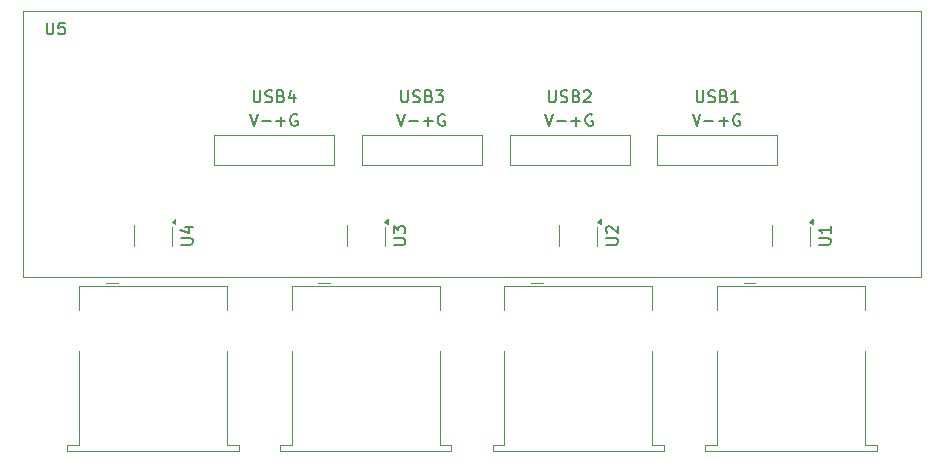
<source format=gbr>
%TF.GenerationSoftware,KiCad,Pcbnew,7.0.11-7.0.11~ubuntu22.04.1*%
%TF.CreationDate,2024-11-05T12:08:31+02:00*%
%TF.ProjectId,USB_Magic_Hub_Interface,5553425f-4d61-4676-9963-5f4875625f49,rev?*%
%TF.SameCoordinates,PX1036640PYe4e1c0*%
%TF.FileFunction,Legend,Top*%
%TF.FilePolarity,Positive*%
%FSLAX46Y46*%
G04 Gerber Fmt 4.6, Leading zero omitted, Abs format (unit mm)*
G04 Created by KiCad (PCBNEW 7.0.11-7.0.11~ubuntu22.04.1) date 2024-11-05 12:08:31*
%MOMM*%
%LPD*%
G01*
G04 APERTURE LIST*
%ADD10C,0.150000*%
%ADD11C,0.120000*%
G04 APERTURE END LIST*
D10*
X41354819Y-19761904D02*
X42164342Y-19761904D01*
X42164342Y-19761904D02*
X42259580Y-19714285D01*
X42259580Y-19714285D02*
X42307200Y-19666666D01*
X42307200Y-19666666D02*
X42354819Y-19571428D01*
X42354819Y-19571428D02*
X42354819Y-19380952D01*
X42354819Y-19380952D02*
X42307200Y-19285714D01*
X42307200Y-19285714D02*
X42259580Y-19238095D01*
X42259580Y-19238095D02*
X42164342Y-19190476D01*
X42164342Y-19190476D02*
X41354819Y-19190476D01*
X41354819Y-18809523D02*
X41354819Y-18190476D01*
X41354819Y-18190476D02*
X41735771Y-18523809D01*
X41735771Y-18523809D02*
X41735771Y-18380952D01*
X41735771Y-18380952D02*
X41783390Y-18285714D01*
X41783390Y-18285714D02*
X41831009Y-18238095D01*
X41831009Y-18238095D02*
X41926247Y-18190476D01*
X41926247Y-18190476D02*
X42164342Y-18190476D01*
X42164342Y-18190476D02*
X42259580Y-18238095D01*
X42259580Y-18238095D02*
X42307200Y-18285714D01*
X42307200Y-18285714D02*
X42354819Y-18380952D01*
X42354819Y-18380952D02*
X42354819Y-18666666D01*
X42354819Y-18666666D02*
X42307200Y-18761904D01*
X42307200Y-18761904D02*
X42259580Y-18809523D01*
X77354819Y-19761904D02*
X78164342Y-19761904D01*
X78164342Y-19761904D02*
X78259580Y-19714285D01*
X78259580Y-19714285D02*
X78307200Y-19666666D01*
X78307200Y-19666666D02*
X78354819Y-19571428D01*
X78354819Y-19571428D02*
X78354819Y-19380952D01*
X78354819Y-19380952D02*
X78307200Y-19285714D01*
X78307200Y-19285714D02*
X78259580Y-19238095D01*
X78259580Y-19238095D02*
X78164342Y-19190476D01*
X78164342Y-19190476D02*
X77354819Y-19190476D01*
X78354819Y-18190476D02*
X78354819Y-18761904D01*
X78354819Y-18476190D02*
X77354819Y-18476190D01*
X77354819Y-18476190D02*
X77497676Y-18571428D01*
X77497676Y-18571428D02*
X77592914Y-18666666D01*
X77592914Y-18666666D02*
X77640533Y-18761904D01*
X23354819Y-19761904D02*
X24164342Y-19761904D01*
X24164342Y-19761904D02*
X24259580Y-19714285D01*
X24259580Y-19714285D02*
X24307200Y-19666666D01*
X24307200Y-19666666D02*
X24354819Y-19571428D01*
X24354819Y-19571428D02*
X24354819Y-19380952D01*
X24354819Y-19380952D02*
X24307200Y-19285714D01*
X24307200Y-19285714D02*
X24259580Y-19238095D01*
X24259580Y-19238095D02*
X24164342Y-19190476D01*
X24164342Y-19190476D02*
X23354819Y-19190476D01*
X23688152Y-18285714D02*
X24354819Y-18285714D01*
X23307200Y-18523809D02*
X24021485Y-18761904D01*
X24021485Y-18761904D02*
X24021485Y-18142857D01*
X11988095Y-954819D02*
X11988095Y-1764342D01*
X11988095Y-1764342D02*
X12035714Y-1859580D01*
X12035714Y-1859580D02*
X12083333Y-1907200D01*
X12083333Y-1907200D02*
X12178571Y-1954819D01*
X12178571Y-1954819D02*
X12369047Y-1954819D01*
X12369047Y-1954819D02*
X12464285Y-1907200D01*
X12464285Y-1907200D02*
X12511904Y-1859580D01*
X12511904Y-1859580D02*
X12559523Y-1764342D01*
X12559523Y-1764342D02*
X12559523Y-954819D01*
X13511904Y-954819D02*
X13035714Y-954819D01*
X13035714Y-954819D02*
X12988095Y-1431009D01*
X12988095Y-1431009D02*
X13035714Y-1383390D01*
X13035714Y-1383390D02*
X13130952Y-1335771D01*
X13130952Y-1335771D02*
X13369047Y-1335771D01*
X13369047Y-1335771D02*
X13464285Y-1383390D01*
X13464285Y-1383390D02*
X13511904Y-1431009D01*
X13511904Y-1431009D02*
X13559523Y-1526247D01*
X13559523Y-1526247D02*
X13559523Y-1764342D01*
X13559523Y-1764342D02*
X13511904Y-1859580D01*
X13511904Y-1859580D02*
X13464285Y-1907200D01*
X13464285Y-1907200D02*
X13369047Y-1954819D01*
X13369047Y-1954819D02*
X13130952Y-1954819D01*
X13130952Y-1954819D02*
X13035714Y-1907200D01*
X13035714Y-1907200D02*
X12988095Y-1859580D01*
X67011905Y-6704819D02*
X67011905Y-7514342D01*
X67011905Y-7514342D02*
X67059524Y-7609580D01*
X67059524Y-7609580D02*
X67107143Y-7657200D01*
X67107143Y-7657200D02*
X67202381Y-7704819D01*
X67202381Y-7704819D02*
X67392857Y-7704819D01*
X67392857Y-7704819D02*
X67488095Y-7657200D01*
X67488095Y-7657200D02*
X67535714Y-7609580D01*
X67535714Y-7609580D02*
X67583333Y-7514342D01*
X67583333Y-7514342D02*
X67583333Y-6704819D01*
X68011905Y-7657200D02*
X68154762Y-7704819D01*
X68154762Y-7704819D02*
X68392857Y-7704819D01*
X68392857Y-7704819D02*
X68488095Y-7657200D01*
X68488095Y-7657200D02*
X68535714Y-7609580D01*
X68535714Y-7609580D02*
X68583333Y-7514342D01*
X68583333Y-7514342D02*
X68583333Y-7419104D01*
X68583333Y-7419104D02*
X68535714Y-7323866D01*
X68535714Y-7323866D02*
X68488095Y-7276247D01*
X68488095Y-7276247D02*
X68392857Y-7228628D01*
X68392857Y-7228628D02*
X68202381Y-7181009D01*
X68202381Y-7181009D02*
X68107143Y-7133390D01*
X68107143Y-7133390D02*
X68059524Y-7085771D01*
X68059524Y-7085771D02*
X68011905Y-6990533D01*
X68011905Y-6990533D02*
X68011905Y-6895295D01*
X68011905Y-6895295D02*
X68059524Y-6800057D01*
X68059524Y-6800057D02*
X68107143Y-6752438D01*
X68107143Y-6752438D02*
X68202381Y-6704819D01*
X68202381Y-6704819D02*
X68440476Y-6704819D01*
X68440476Y-6704819D02*
X68583333Y-6752438D01*
X69345238Y-7181009D02*
X69488095Y-7228628D01*
X69488095Y-7228628D02*
X69535714Y-7276247D01*
X69535714Y-7276247D02*
X69583333Y-7371485D01*
X69583333Y-7371485D02*
X69583333Y-7514342D01*
X69583333Y-7514342D02*
X69535714Y-7609580D01*
X69535714Y-7609580D02*
X69488095Y-7657200D01*
X69488095Y-7657200D02*
X69392857Y-7704819D01*
X69392857Y-7704819D02*
X69011905Y-7704819D01*
X69011905Y-7704819D02*
X69011905Y-6704819D01*
X69011905Y-6704819D02*
X69345238Y-6704819D01*
X69345238Y-6704819D02*
X69440476Y-6752438D01*
X69440476Y-6752438D02*
X69488095Y-6800057D01*
X69488095Y-6800057D02*
X69535714Y-6895295D01*
X69535714Y-6895295D02*
X69535714Y-6990533D01*
X69535714Y-6990533D02*
X69488095Y-7085771D01*
X69488095Y-7085771D02*
X69440476Y-7133390D01*
X69440476Y-7133390D02*
X69345238Y-7181009D01*
X69345238Y-7181009D02*
X69011905Y-7181009D01*
X70535714Y-7704819D02*
X69964286Y-7704819D01*
X70250000Y-7704819D02*
X70250000Y-6704819D01*
X70250000Y-6704819D02*
X70154762Y-6847676D01*
X70154762Y-6847676D02*
X70059524Y-6942914D01*
X70059524Y-6942914D02*
X69964286Y-6990533D01*
X29511905Y-6704819D02*
X29511905Y-7514342D01*
X29511905Y-7514342D02*
X29559524Y-7609580D01*
X29559524Y-7609580D02*
X29607143Y-7657200D01*
X29607143Y-7657200D02*
X29702381Y-7704819D01*
X29702381Y-7704819D02*
X29892857Y-7704819D01*
X29892857Y-7704819D02*
X29988095Y-7657200D01*
X29988095Y-7657200D02*
X30035714Y-7609580D01*
X30035714Y-7609580D02*
X30083333Y-7514342D01*
X30083333Y-7514342D02*
X30083333Y-6704819D01*
X30511905Y-7657200D02*
X30654762Y-7704819D01*
X30654762Y-7704819D02*
X30892857Y-7704819D01*
X30892857Y-7704819D02*
X30988095Y-7657200D01*
X30988095Y-7657200D02*
X31035714Y-7609580D01*
X31035714Y-7609580D02*
X31083333Y-7514342D01*
X31083333Y-7514342D02*
X31083333Y-7419104D01*
X31083333Y-7419104D02*
X31035714Y-7323866D01*
X31035714Y-7323866D02*
X30988095Y-7276247D01*
X30988095Y-7276247D02*
X30892857Y-7228628D01*
X30892857Y-7228628D02*
X30702381Y-7181009D01*
X30702381Y-7181009D02*
X30607143Y-7133390D01*
X30607143Y-7133390D02*
X30559524Y-7085771D01*
X30559524Y-7085771D02*
X30511905Y-6990533D01*
X30511905Y-6990533D02*
X30511905Y-6895295D01*
X30511905Y-6895295D02*
X30559524Y-6800057D01*
X30559524Y-6800057D02*
X30607143Y-6752438D01*
X30607143Y-6752438D02*
X30702381Y-6704819D01*
X30702381Y-6704819D02*
X30940476Y-6704819D01*
X30940476Y-6704819D02*
X31083333Y-6752438D01*
X31845238Y-7181009D02*
X31988095Y-7228628D01*
X31988095Y-7228628D02*
X32035714Y-7276247D01*
X32035714Y-7276247D02*
X32083333Y-7371485D01*
X32083333Y-7371485D02*
X32083333Y-7514342D01*
X32083333Y-7514342D02*
X32035714Y-7609580D01*
X32035714Y-7609580D02*
X31988095Y-7657200D01*
X31988095Y-7657200D02*
X31892857Y-7704819D01*
X31892857Y-7704819D02*
X31511905Y-7704819D01*
X31511905Y-7704819D02*
X31511905Y-6704819D01*
X31511905Y-6704819D02*
X31845238Y-6704819D01*
X31845238Y-6704819D02*
X31940476Y-6752438D01*
X31940476Y-6752438D02*
X31988095Y-6800057D01*
X31988095Y-6800057D02*
X32035714Y-6895295D01*
X32035714Y-6895295D02*
X32035714Y-6990533D01*
X32035714Y-6990533D02*
X31988095Y-7085771D01*
X31988095Y-7085771D02*
X31940476Y-7133390D01*
X31940476Y-7133390D02*
X31845238Y-7181009D01*
X31845238Y-7181009D02*
X31511905Y-7181009D01*
X32940476Y-7038152D02*
X32940476Y-7704819D01*
X32702381Y-6657200D02*
X32464286Y-7371485D01*
X32464286Y-7371485D02*
X33083333Y-7371485D01*
X29178572Y-8704819D02*
X29511905Y-9704819D01*
X29511905Y-9704819D02*
X29845238Y-8704819D01*
X30178572Y-9323866D02*
X30940477Y-9323866D01*
X31416667Y-9323866D02*
X32178572Y-9323866D01*
X31797619Y-9704819D02*
X31797619Y-8942914D01*
X33178571Y-8752438D02*
X33083333Y-8704819D01*
X33083333Y-8704819D02*
X32940476Y-8704819D01*
X32940476Y-8704819D02*
X32797619Y-8752438D01*
X32797619Y-8752438D02*
X32702381Y-8847676D01*
X32702381Y-8847676D02*
X32654762Y-8942914D01*
X32654762Y-8942914D02*
X32607143Y-9133390D01*
X32607143Y-9133390D02*
X32607143Y-9276247D01*
X32607143Y-9276247D02*
X32654762Y-9466723D01*
X32654762Y-9466723D02*
X32702381Y-9561961D01*
X32702381Y-9561961D02*
X32797619Y-9657200D01*
X32797619Y-9657200D02*
X32940476Y-9704819D01*
X32940476Y-9704819D02*
X33035714Y-9704819D01*
X33035714Y-9704819D02*
X33178571Y-9657200D01*
X33178571Y-9657200D02*
X33226190Y-9609580D01*
X33226190Y-9609580D02*
X33226190Y-9276247D01*
X33226190Y-9276247D02*
X33035714Y-9276247D01*
X41678572Y-8704819D02*
X42011905Y-9704819D01*
X42011905Y-9704819D02*
X42345238Y-8704819D01*
X42678572Y-9323866D02*
X43440477Y-9323866D01*
X43916667Y-9323866D02*
X44678572Y-9323866D01*
X44297619Y-9704819D02*
X44297619Y-8942914D01*
X45678571Y-8752438D02*
X45583333Y-8704819D01*
X45583333Y-8704819D02*
X45440476Y-8704819D01*
X45440476Y-8704819D02*
X45297619Y-8752438D01*
X45297619Y-8752438D02*
X45202381Y-8847676D01*
X45202381Y-8847676D02*
X45154762Y-8942914D01*
X45154762Y-8942914D02*
X45107143Y-9133390D01*
X45107143Y-9133390D02*
X45107143Y-9276247D01*
X45107143Y-9276247D02*
X45154762Y-9466723D01*
X45154762Y-9466723D02*
X45202381Y-9561961D01*
X45202381Y-9561961D02*
X45297619Y-9657200D01*
X45297619Y-9657200D02*
X45440476Y-9704819D01*
X45440476Y-9704819D02*
X45535714Y-9704819D01*
X45535714Y-9704819D02*
X45678571Y-9657200D01*
X45678571Y-9657200D02*
X45726190Y-9609580D01*
X45726190Y-9609580D02*
X45726190Y-9276247D01*
X45726190Y-9276247D02*
X45535714Y-9276247D01*
X42011905Y-6704819D02*
X42011905Y-7514342D01*
X42011905Y-7514342D02*
X42059524Y-7609580D01*
X42059524Y-7609580D02*
X42107143Y-7657200D01*
X42107143Y-7657200D02*
X42202381Y-7704819D01*
X42202381Y-7704819D02*
X42392857Y-7704819D01*
X42392857Y-7704819D02*
X42488095Y-7657200D01*
X42488095Y-7657200D02*
X42535714Y-7609580D01*
X42535714Y-7609580D02*
X42583333Y-7514342D01*
X42583333Y-7514342D02*
X42583333Y-6704819D01*
X43011905Y-7657200D02*
X43154762Y-7704819D01*
X43154762Y-7704819D02*
X43392857Y-7704819D01*
X43392857Y-7704819D02*
X43488095Y-7657200D01*
X43488095Y-7657200D02*
X43535714Y-7609580D01*
X43535714Y-7609580D02*
X43583333Y-7514342D01*
X43583333Y-7514342D02*
X43583333Y-7419104D01*
X43583333Y-7419104D02*
X43535714Y-7323866D01*
X43535714Y-7323866D02*
X43488095Y-7276247D01*
X43488095Y-7276247D02*
X43392857Y-7228628D01*
X43392857Y-7228628D02*
X43202381Y-7181009D01*
X43202381Y-7181009D02*
X43107143Y-7133390D01*
X43107143Y-7133390D02*
X43059524Y-7085771D01*
X43059524Y-7085771D02*
X43011905Y-6990533D01*
X43011905Y-6990533D02*
X43011905Y-6895295D01*
X43011905Y-6895295D02*
X43059524Y-6800057D01*
X43059524Y-6800057D02*
X43107143Y-6752438D01*
X43107143Y-6752438D02*
X43202381Y-6704819D01*
X43202381Y-6704819D02*
X43440476Y-6704819D01*
X43440476Y-6704819D02*
X43583333Y-6752438D01*
X44345238Y-7181009D02*
X44488095Y-7228628D01*
X44488095Y-7228628D02*
X44535714Y-7276247D01*
X44535714Y-7276247D02*
X44583333Y-7371485D01*
X44583333Y-7371485D02*
X44583333Y-7514342D01*
X44583333Y-7514342D02*
X44535714Y-7609580D01*
X44535714Y-7609580D02*
X44488095Y-7657200D01*
X44488095Y-7657200D02*
X44392857Y-7704819D01*
X44392857Y-7704819D02*
X44011905Y-7704819D01*
X44011905Y-7704819D02*
X44011905Y-6704819D01*
X44011905Y-6704819D02*
X44345238Y-6704819D01*
X44345238Y-6704819D02*
X44440476Y-6752438D01*
X44440476Y-6752438D02*
X44488095Y-6800057D01*
X44488095Y-6800057D02*
X44535714Y-6895295D01*
X44535714Y-6895295D02*
X44535714Y-6990533D01*
X44535714Y-6990533D02*
X44488095Y-7085771D01*
X44488095Y-7085771D02*
X44440476Y-7133390D01*
X44440476Y-7133390D02*
X44345238Y-7181009D01*
X44345238Y-7181009D02*
X44011905Y-7181009D01*
X44916667Y-6704819D02*
X45535714Y-6704819D01*
X45535714Y-6704819D02*
X45202381Y-7085771D01*
X45202381Y-7085771D02*
X45345238Y-7085771D01*
X45345238Y-7085771D02*
X45440476Y-7133390D01*
X45440476Y-7133390D02*
X45488095Y-7181009D01*
X45488095Y-7181009D02*
X45535714Y-7276247D01*
X45535714Y-7276247D02*
X45535714Y-7514342D01*
X45535714Y-7514342D02*
X45488095Y-7609580D01*
X45488095Y-7609580D02*
X45440476Y-7657200D01*
X45440476Y-7657200D02*
X45345238Y-7704819D01*
X45345238Y-7704819D02*
X45059524Y-7704819D01*
X45059524Y-7704819D02*
X44964286Y-7657200D01*
X44964286Y-7657200D02*
X44916667Y-7609580D01*
X54178572Y-8704819D02*
X54511905Y-9704819D01*
X54511905Y-9704819D02*
X54845238Y-8704819D01*
X55178572Y-9323866D02*
X55940477Y-9323866D01*
X56416667Y-9323866D02*
X57178572Y-9323866D01*
X56797619Y-9704819D02*
X56797619Y-8942914D01*
X58178571Y-8752438D02*
X58083333Y-8704819D01*
X58083333Y-8704819D02*
X57940476Y-8704819D01*
X57940476Y-8704819D02*
X57797619Y-8752438D01*
X57797619Y-8752438D02*
X57702381Y-8847676D01*
X57702381Y-8847676D02*
X57654762Y-8942914D01*
X57654762Y-8942914D02*
X57607143Y-9133390D01*
X57607143Y-9133390D02*
X57607143Y-9276247D01*
X57607143Y-9276247D02*
X57654762Y-9466723D01*
X57654762Y-9466723D02*
X57702381Y-9561961D01*
X57702381Y-9561961D02*
X57797619Y-9657200D01*
X57797619Y-9657200D02*
X57940476Y-9704819D01*
X57940476Y-9704819D02*
X58035714Y-9704819D01*
X58035714Y-9704819D02*
X58178571Y-9657200D01*
X58178571Y-9657200D02*
X58226190Y-9609580D01*
X58226190Y-9609580D02*
X58226190Y-9276247D01*
X58226190Y-9276247D02*
X58035714Y-9276247D01*
X54511905Y-6704819D02*
X54511905Y-7514342D01*
X54511905Y-7514342D02*
X54559524Y-7609580D01*
X54559524Y-7609580D02*
X54607143Y-7657200D01*
X54607143Y-7657200D02*
X54702381Y-7704819D01*
X54702381Y-7704819D02*
X54892857Y-7704819D01*
X54892857Y-7704819D02*
X54988095Y-7657200D01*
X54988095Y-7657200D02*
X55035714Y-7609580D01*
X55035714Y-7609580D02*
X55083333Y-7514342D01*
X55083333Y-7514342D02*
X55083333Y-6704819D01*
X55511905Y-7657200D02*
X55654762Y-7704819D01*
X55654762Y-7704819D02*
X55892857Y-7704819D01*
X55892857Y-7704819D02*
X55988095Y-7657200D01*
X55988095Y-7657200D02*
X56035714Y-7609580D01*
X56035714Y-7609580D02*
X56083333Y-7514342D01*
X56083333Y-7514342D02*
X56083333Y-7419104D01*
X56083333Y-7419104D02*
X56035714Y-7323866D01*
X56035714Y-7323866D02*
X55988095Y-7276247D01*
X55988095Y-7276247D02*
X55892857Y-7228628D01*
X55892857Y-7228628D02*
X55702381Y-7181009D01*
X55702381Y-7181009D02*
X55607143Y-7133390D01*
X55607143Y-7133390D02*
X55559524Y-7085771D01*
X55559524Y-7085771D02*
X55511905Y-6990533D01*
X55511905Y-6990533D02*
X55511905Y-6895295D01*
X55511905Y-6895295D02*
X55559524Y-6800057D01*
X55559524Y-6800057D02*
X55607143Y-6752438D01*
X55607143Y-6752438D02*
X55702381Y-6704819D01*
X55702381Y-6704819D02*
X55940476Y-6704819D01*
X55940476Y-6704819D02*
X56083333Y-6752438D01*
X56845238Y-7181009D02*
X56988095Y-7228628D01*
X56988095Y-7228628D02*
X57035714Y-7276247D01*
X57035714Y-7276247D02*
X57083333Y-7371485D01*
X57083333Y-7371485D02*
X57083333Y-7514342D01*
X57083333Y-7514342D02*
X57035714Y-7609580D01*
X57035714Y-7609580D02*
X56988095Y-7657200D01*
X56988095Y-7657200D02*
X56892857Y-7704819D01*
X56892857Y-7704819D02*
X56511905Y-7704819D01*
X56511905Y-7704819D02*
X56511905Y-6704819D01*
X56511905Y-6704819D02*
X56845238Y-6704819D01*
X56845238Y-6704819D02*
X56940476Y-6752438D01*
X56940476Y-6752438D02*
X56988095Y-6800057D01*
X56988095Y-6800057D02*
X57035714Y-6895295D01*
X57035714Y-6895295D02*
X57035714Y-6990533D01*
X57035714Y-6990533D02*
X56988095Y-7085771D01*
X56988095Y-7085771D02*
X56940476Y-7133390D01*
X56940476Y-7133390D02*
X56845238Y-7181009D01*
X56845238Y-7181009D02*
X56511905Y-7181009D01*
X57464286Y-6800057D02*
X57511905Y-6752438D01*
X57511905Y-6752438D02*
X57607143Y-6704819D01*
X57607143Y-6704819D02*
X57845238Y-6704819D01*
X57845238Y-6704819D02*
X57940476Y-6752438D01*
X57940476Y-6752438D02*
X57988095Y-6800057D01*
X57988095Y-6800057D02*
X58035714Y-6895295D01*
X58035714Y-6895295D02*
X58035714Y-6990533D01*
X58035714Y-6990533D02*
X57988095Y-7133390D01*
X57988095Y-7133390D02*
X57416667Y-7704819D01*
X57416667Y-7704819D02*
X58035714Y-7704819D01*
X66678572Y-8704819D02*
X67011905Y-9704819D01*
X67011905Y-9704819D02*
X67345238Y-8704819D01*
X67678572Y-9323866D02*
X68440477Y-9323866D01*
X68916667Y-9323866D02*
X69678572Y-9323866D01*
X69297619Y-9704819D02*
X69297619Y-8942914D01*
X70678571Y-8752438D02*
X70583333Y-8704819D01*
X70583333Y-8704819D02*
X70440476Y-8704819D01*
X70440476Y-8704819D02*
X70297619Y-8752438D01*
X70297619Y-8752438D02*
X70202381Y-8847676D01*
X70202381Y-8847676D02*
X70154762Y-8942914D01*
X70154762Y-8942914D02*
X70107143Y-9133390D01*
X70107143Y-9133390D02*
X70107143Y-9276247D01*
X70107143Y-9276247D02*
X70154762Y-9466723D01*
X70154762Y-9466723D02*
X70202381Y-9561961D01*
X70202381Y-9561961D02*
X70297619Y-9657200D01*
X70297619Y-9657200D02*
X70440476Y-9704819D01*
X70440476Y-9704819D02*
X70535714Y-9704819D01*
X70535714Y-9704819D02*
X70678571Y-9657200D01*
X70678571Y-9657200D02*
X70726190Y-9609580D01*
X70726190Y-9609580D02*
X70726190Y-9276247D01*
X70726190Y-9276247D02*
X70535714Y-9276247D01*
X59354819Y-19761904D02*
X60164342Y-19761904D01*
X60164342Y-19761904D02*
X60259580Y-19714285D01*
X60259580Y-19714285D02*
X60307200Y-19666666D01*
X60307200Y-19666666D02*
X60354819Y-19571428D01*
X60354819Y-19571428D02*
X60354819Y-19380952D01*
X60354819Y-19380952D02*
X60307200Y-19285714D01*
X60307200Y-19285714D02*
X60259580Y-19238095D01*
X60259580Y-19238095D02*
X60164342Y-19190476D01*
X60164342Y-19190476D02*
X59354819Y-19190476D01*
X59450057Y-18761904D02*
X59402438Y-18714285D01*
X59402438Y-18714285D02*
X59354819Y-18619047D01*
X59354819Y-18619047D02*
X59354819Y-18380952D01*
X59354819Y-18380952D02*
X59402438Y-18285714D01*
X59402438Y-18285714D02*
X59450057Y-18238095D01*
X59450057Y-18238095D02*
X59545295Y-18190476D01*
X59545295Y-18190476D02*
X59640533Y-18190476D01*
X59640533Y-18190476D02*
X59783390Y-18238095D01*
X59783390Y-18238095D02*
X60354819Y-18809523D01*
X60354819Y-18809523D02*
X60354819Y-18190476D01*
D11*
%TO.C,U3*%
X37390000Y-18100000D02*
X37390000Y-19900000D01*
X40610000Y-19100000D02*
X40610000Y-18300000D01*
X40610000Y-19100000D02*
X40610000Y-19900000D01*
X40890000Y-18040000D02*
X40560000Y-17800000D01*
X40890000Y-17560000D01*
X40890000Y-18040000D01*
G36*
X40890000Y-18040000D02*
G01*
X40560000Y-17800000D01*
X40890000Y-17560000D01*
X40890000Y-18040000D01*
G37*
%TO.C,U1*%
X73390000Y-18100000D02*
X73390000Y-19900000D01*
X76610000Y-19100000D02*
X76610000Y-18300000D01*
X76610000Y-19100000D02*
X76610000Y-19900000D01*
X76890000Y-18040000D02*
X76560000Y-17800000D01*
X76890000Y-17560000D01*
X76890000Y-18040000D01*
G36*
X76890000Y-18040000D02*
G01*
X76560000Y-17800000D01*
X76890000Y-17560000D01*
X76890000Y-18040000D01*
G37*
%TO.C,U4*%
X19390000Y-18100000D02*
X19390000Y-19900000D01*
X22610000Y-19100000D02*
X22610000Y-18300000D01*
X22610000Y-19100000D02*
X22610000Y-19900000D01*
X22890000Y-18040000D02*
X22560000Y-17800000D01*
X22890000Y-17560000D01*
X22890000Y-18040000D01*
G36*
X22890000Y-18040000D02*
G01*
X22560000Y-17800000D01*
X22890000Y-17560000D01*
X22890000Y-18040000D01*
G37*
%TO.C,J3*%
X31750000Y-36750000D02*
X31750000Y-37250000D01*
X31750000Y-37250000D02*
X46250000Y-37250000D01*
X32750000Y-23250000D02*
X32750000Y-25250000D01*
X32750000Y-28750000D02*
X32750000Y-36750000D01*
X32750000Y-36750000D02*
X31750000Y-36750000D01*
X35000000Y-23000000D02*
X36000000Y-23000000D01*
X45250000Y-23250000D02*
X32750000Y-23250000D01*
X45250000Y-25250000D02*
X45250000Y-23250000D01*
X45250000Y-36750000D02*
X45250000Y-28750000D01*
X46250000Y-36750000D02*
X45250000Y-36750000D01*
X46250000Y-37250000D02*
X46250000Y-36750000D01*
%TO.C,U5*%
X10000000Y0D02*
X86000000Y0D01*
X86000000Y0D02*
X86000000Y-22500000D01*
X86000000Y-22500000D02*
X10000000Y-22500000D01*
X10000000Y-22500000D02*
X10000000Y0D01*
X26180000Y-10480000D02*
X36340000Y-10480000D01*
X36340000Y-10480000D02*
X36340000Y-13020000D01*
X36340000Y-13020000D02*
X26180000Y-13020000D01*
X26180000Y-13020000D02*
X26180000Y-10480000D01*
X38680000Y-10480000D02*
X48840000Y-10480000D01*
X48840000Y-10480000D02*
X48840000Y-13020000D01*
X48840000Y-13020000D02*
X38680000Y-13020000D01*
X38680000Y-13020000D02*
X38680000Y-10480000D01*
X51180000Y-10480000D02*
X61340000Y-10480000D01*
X61340000Y-10480000D02*
X61340000Y-13020000D01*
X61340000Y-13020000D02*
X51180000Y-13020000D01*
X51180000Y-13020000D02*
X51180000Y-10480000D01*
X63680000Y-10480000D02*
X73840000Y-10480000D01*
X73840000Y-10480000D02*
X73840000Y-13020000D01*
X73840000Y-13020000D02*
X63680000Y-13020000D01*
X63680000Y-13020000D02*
X63680000Y-10480000D01*
%TO.C,J1*%
X67750000Y-36750000D02*
X67750000Y-37250000D01*
X67750000Y-37250000D02*
X82250000Y-37250000D01*
X68750000Y-23250000D02*
X68750000Y-25250000D01*
X68750000Y-28750000D02*
X68750000Y-36750000D01*
X68750000Y-36750000D02*
X67750000Y-36750000D01*
X71000000Y-23000000D02*
X72000000Y-23000000D01*
X81250000Y-23250000D02*
X68750000Y-23250000D01*
X81250000Y-25250000D02*
X81250000Y-23250000D01*
X81250000Y-36750000D02*
X81250000Y-28750000D01*
X82250000Y-36750000D02*
X81250000Y-36750000D01*
X82250000Y-37250000D02*
X82250000Y-36750000D01*
%TO.C,J2*%
X49750000Y-36750000D02*
X49750000Y-37250000D01*
X49750000Y-37250000D02*
X64250000Y-37250000D01*
X50750000Y-23250000D02*
X50750000Y-25250000D01*
X50750000Y-28750000D02*
X50750000Y-36750000D01*
X50750000Y-36750000D02*
X49750000Y-36750000D01*
X53000000Y-23000000D02*
X54000000Y-23000000D01*
X63250000Y-23250000D02*
X50750000Y-23250000D01*
X63250000Y-25250000D02*
X63250000Y-23250000D01*
X63250000Y-36750000D02*
X63250000Y-28750000D01*
X64250000Y-36750000D02*
X63250000Y-36750000D01*
X64250000Y-37250000D02*
X64250000Y-36750000D01*
%TO.C,U2*%
X55390000Y-18100000D02*
X55390000Y-19900000D01*
X58610000Y-19100000D02*
X58610000Y-18300000D01*
X58610000Y-19100000D02*
X58610000Y-19900000D01*
X58890000Y-18040000D02*
X58560000Y-17800000D01*
X58890000Y-17560000D01*
X58890000Y-18040000D01*
G36*
X58890000Y-18040000D02*
G01*
X58560000Y-17800000D01*
X58890000Y-17560000D01*
X58890000Y-18040000D01*
G37*
%TO.C,J4*%
X13750000Y-36750000D02*
X13750000Y-37250000D01*
X13750000Y-37250000D02*
X28250000Y-37250000D01*
X14750000Y-23250000D02*
X14750000Y-25250000D01*
X14750000Y-28750000D02*
X14750000Y-36750000D01*
X14750000Y-36750000D02*
X13750000Y-36750000D01*
X17000000Y-23000000D02*
X18000000Y-23000000D01*
X27250000Y-23250000D02*
X14750000Y-23250000D01*
X27250000Y-25250000D02*
X27250000Y-23250000D01*
X27250000Y-36750000D02*
X27250000Y-28750000D01*
X28250000Y-36750000D02*
X27250000Y-36750000D01*
X28250000Y-37250000D02*
X28250000Y-36750000D01*
%TD*%
M02*

</source>
